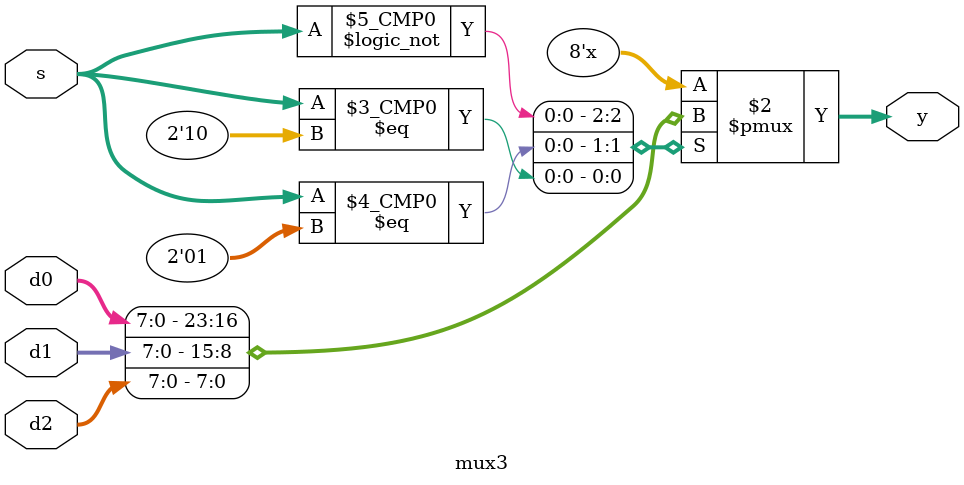
<source format=v>
`timescale 1ns / 1ps

module mux3 #(parameter WIDTH = 8)(
    input wire [WIDTH-1:0] d0, d1, d2,
    input wire [1:0] s,
    output reg [WIDTH-1:0] y
    );
    always @( * )
    case(s)
        2'b00: y <= d0;
        2'b01: y <= d1;
        2'b10: y <= d2;
    endcase
endmodule

</source>
